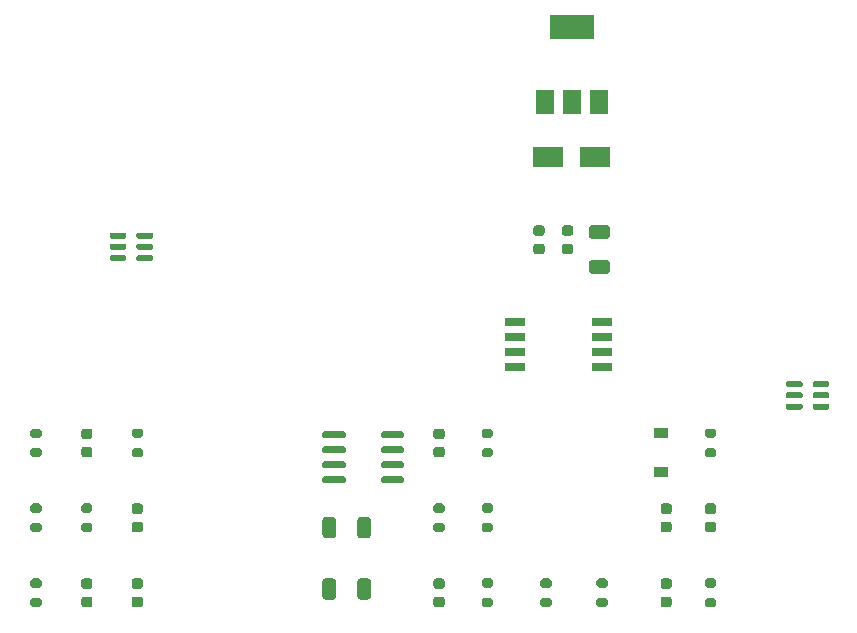
<source format=gbr>
%TF.GenerationSoftware,KiCad,Pcbnew,(5.1.9-0-10_14)*%
%TF.CreationDate,2021-06-12T10:18:14-06:00*%
%TF.ProjectId,template,74656d70-6c61-4746-952e-6b696361645f,rev?*%
%TF.SameCoordinates,Original*%
%TF.FileFunction,Paste,Top*%
%TF.FilePolarity,Positive*%
%FSLAX46Y46*%
G04 Gerber Fmt 4.6, Leading zero omitted, Abs format (unit mm)*
G04 Created by KiCad (PCBNEW (5.1.9-0-10_14)) date 2021-06-12 10:18:14*
%MOMM*%
%LPD*%
G01*
G04 APERTURE LIST*
%ADD10R,1.500000X2.000000*%
%ADD11R,3.800000X2.000000*%
%ADD12R,1.700000X0.650000*%
%ADD13R,1.200000X0.900000*%
%ADD14R,2.500000X1.800000*%
G04 APERTURE END LIST*
%TO.C,R4*%
G36*
G01*
X144250000Y-94527500D02*
X143700000Y-94527500D01*
G75*
G02*
X143500000Y-94327500I0J200000D01*
G01*
X143500000Y-93927500D01*
G75*
G02*
X143700000Y-93727500I200000J0D01*
G01*
X144250000Y-93727500D01*
G75*
G02*
X144450000Y-93927500I0J-200000D01*
G01*
X144450000Y-94327500D01*
G75*
G02*
X144250000Y-94527500I-200000J0D01*
G01*
G37*
G36*
G01*
X144250000Y-96177500D02*
X143700000Y-96177500D01*
G75*
G02*
X143500000Y-95977500I0J200000D01*
G01*
X143500000Y-95577500D01*
G75*
G02*
X143700000Y-95377500I200000J0D01*
G01*
X144250000Y-95377500D01*
G75*
G02*
X144450000Y-95577500I0J-200000D01*
G01*
X144450000Y-95977500D01*
G75*
G02*
X144250000Y-96177500I-200000J0D01*
G01*
G37*
%TD*%
%TO.C,C1*%
G36*
G01*
X148605000Y-71080000D02*
X148105000Y-71080000D01*
G75*
G02*
X147880000Y-70855000I0J225000D01*
G01*
X147880000Y-70405000D01*
G75*
G02*
X148105000Y-70180000I225000J0D01*
G01*
X148605000Y-70180000D01*
G75*
G02*
X148830000Y-70405000I0J-225000D01*
G01*
X148830000Y-70855000D01*
G75*
G02*
X148605000Y-71080000I-225000J0D01*
G01*
G37*
G36*
G01*
X148605000Y-72630000D02*
X148105000Y-72630000D01*
G75*
G02*
X147880000Y-72405000I0J225000D01*
G01*
X147880000Y-71955000D01*
G75*
G02*
X148105000Y-71730000I225000J0D01*
G01*
X148605000Y-71730000D01*
G75*
G02*
X148830000Y-71955000I0J-225000D01*
G01*
X148830000Y-72405000D01*
G75*
G02*
X148605000Y-72630000I-225000J0D01*
G01*
G37*
%TD*%
%TO.C,C2*%
G36*
G01*
X131175000Y-95124999D02*
X131175000Y-96425001D01*
G75*
G02*
X130925001Y-96675000I-249999J0D01*
G01*
X130274999Y-96675000D01*
G75*
G02*
X130025000Y-96425001I0J249999D01*
G01*
X130025000Y-95124999D01*
G75*
G02*
X130274999Y-94875000I249999J0D01*
G01*
X130925001Y-94875000D01*
G75*
G02*
X131175000Y-95124999I0J-249999D01*
G01*
G37*
G36*
G01*
X134125000Y-95124999D02*
X134125000Y-96425001D01*
G75*
G02*
X133875001Y-96675000I-249999J0D01*
G01*
X133224999Y-96675000D01*
G75*
G02*
X132975000Y-96425001I0J249999D01*
G01*
X132975000Y-95124999D01*
G75*
G02*
X133224999Y-94875000I249999J0D01*
G01*
X133875001Y-94875000D01*
G75*
G02*
X134125000Y-95124999I0J-249999D01*
G01*
G37*
%TD*%
%TO.C,C3*%
G36*
G01*
X151025000Y-71075000D02*
X150525000Y-71075000D01*
G75*
G02*
X150300000Y-70850000I0J225000D01*
G01*
X150300000Y-70400000D01*
G75*
G02*
X150525000Y-70175000I225000J0D01*
G01*
X151025000Y-70175000D01*
G75*
G02*
X151250000Y-70400000I0J-225000D01*
G01*
X151250000Y-70850000D01*
G75*
G02*
X151025000Y-71075000I-225000J0D01*
G01*
G37*
G36*
G01*
X151025000Y-72625000D02*
X150525000Y-72625000D01*
G75*
G02*
X150300000Y-72400000I0J225000D01*
G01*
X150300000Y-71950000D01*
G75*
G02*
X150525000Y-71725000I225000J0D01*
G01*
X151025000Y-71725000D01*
G75*
G02*
X151250000Y-71950000I0J-225000D01*
G01*
X151250000Y-72400000D01*
G75*
G02*
X151025000Y-72625000I-225000J0D01*
G01*
G37*
%TD*%
%TO.C,C4*%
G36*
G01*
X154125001Y-71325000D02*
X152824999Y-71325000D01*
G75*
G02*
X152575000Y-71075001I0J249999D01*
G01*
X152575000Y-70424999D01*
G75*
G02*
X152824999Y-70175000I249999J0D01*
G01*
X154125001Y-70175000D01*
G75*
G02*
X154375000Y-70424999I0J-249999D01*
G01*
X154375000Y-71075001D01*
G75*
G02*
X154125001Y-71325000I-249999J0D01*
G01*
G37*
G36*
G01*
X154125001Y-74275000D02*
X152824999Y-74275000D01*
G75*
G02*
X152575000Y-74025001I0J249999D01*
G01*
X152575000Y-73374999D01*
G75*
G02*
X152824999Y-73125000I249999J0D01*
G01*
X154125001Y-73125000D01*
G75*
G02*
X154375000Y-73374999I0J-249999D01*
G01*
X154375000Y-74025001D01*
G75*
G02*
X154125001Y-74275000I-249999J0D01*
G01*
G37*
%TD*%
D10*
%TO.C,U1*%
X148825000Y-59700000D03*
X153425000Y-59700000D03*
X151125000Y-59700000D03*
D11*
X151125000Y-53400000D03*
%TD*%
D12*
%TO.C,U2*%
X153650000Y-78360000D03*
X153650000Y-79630000D03*
X153650000Y-80900000D03*
X153650000Y-82170000D03*
X146350000Y-82170000D03*
X146350000Y-80900000D03*
X146350000Y-79630000D03*
X146350000Y-78360000D03*
%TD*%
%TO.C,R10*%
G36*
G01*
X106050000Y-88185000D02*
X105500000Y-88185000D01*
G75*
G02*
X105300000Y-87985000I0J200000D01*
G01*
X105300000Y-87585000D01*
G75*
G02*
X105500000Y-87385000I200000J0D01*
G01*
X106050000Y-87385000D01*
G75*
G02*
X106250000Y-87585000I0J-200000D01*
G01*
X106250000Y-87985000D01*
G75*
G02*
X106050000Y-88185000I-200000J0D01*
G01*
G37*
G36*
G01*
X106050000Y-89835000D02*
X105500000Y-89835000D01*
G75*
G02*
X105300000Y-89635000I0J200000D01*
G01*
X105300000Y-89235000D01*
G75*
G02*
X105500000Y-89035000I200000J0D01*
G01*
X106050000Y-89035000D01*
G75*
G02*
X106250000Y-89235000I0J-200000D01*
G01*
X106250000Y-89635000D01*
G75*
G02*
X106050000Y-89835000I-200000J0D01*
G01*
G37*
%TD*%
%TO.C,C7*%
G36*
G01*
X140150000Y-89835000D02*
X139650000Y-89835000D01*
G75*
G02*
X139425000Y-89610000I0J225000D01*
G01*
X139425000Y-89160000D01*
G75*
G02*
X139650000Y-88935000I225000J0D01*
G01*
X140150000Y-88935000D01*
G75*
G02*
X140375000Y-89160000I0J-225000D01*
G01*
X140375000Y-89610000D01*
G75*
G02*
X140150000Y-89835000I-225000J0D01*
G01*
G37*
G36*
G01*
X140150000Y-88285000D02*
X139650000Y-88285000D01*
G75*
G02*
X139425000Y-88060000I0J225000D01*
G01*
X139425000Y-87610000D01*
G75*
G02*
X139650000Y-87385000I225000J0D01*
G01*
X140150000Y-87385000D01*
G75*
G02*
X140375000Y-87610000I0J-225000D01*
G01*
X140375000Y-88060000D01*
G75*
G02*
X140150000Y-88285000I-225000J0D01*
G01*
G37*
%TD*%
%TO.C,C8*%
G36*
G01*
X139650000Y-101620000D02*
X140150000Y-101620000D01*
G75*
G02*
X140375000Y-101845000I0J-225000D01*
G01*
X140375000Y-102295000D01*
G75*
G02*
X140150000Y-102520000I-225000J0D01*
G01*
X139650000Y-102520000D01*
G75*
G02*
X139425000Y-102295000I0J225000D01*
G01*
X139425000Y-101845000D01*
G75*
G02*
X139650000Y-101620000I225000J0D01*
G01*
G37*
G36*
G01*
X139650000Y-100070000D02*
X140150000Y-100070000D01*
G75*
G02*
X140375000Y-100295000I0J-225000D01*
G01*
X140375000Y-100745000D01*
G75*
G02*
X140150000Y-100970000I-225000J0D01*
G01*
X139650000Y-100970000D01*
G75*
G02*
X139425000Y-100745000I0J225000D01*
G01*
X139425000Y-100295000D01*
G75*
G02*
X139650000Y-100070000I225000J0D01*
G01*
G37*
%TD*%
%TO.C,C9*%
G36*
G01*
X163125000Y-94627500D02*
X162625000Y-94627500D01*
G75*
G02*
X162400000Y-94402500I0J225000D01*
G01*
X162400000Y-93952500D01*
G75*
G02*
X162625000Y-93727500I225000J0D01*
G01*
X163125000Y-93727500D01*
G75*
G02*
X163350000Y-93952500I0J-225000D01*
G01*
X163350000Y-94402500D01*
G75*
G02*
X163125000Y-94627500I-225000J0D01*
G01*
G37*
G36*
G01*
X163125000Y-96177500D02*
X162625000Y-96177500D01*
G75*
G02*
X162400000Y-95952500I0J225000D01*
G01*
X162400000Y-95502500D01*
G75*
G02*
X162625000Y-95277500I225000J0D01*
G01*
X163125000Y-95277500D01*
G75*
G02*
X163350000Y-95502500I0J-225000D01*
G01*
X163350000Y-95952500D01*
G75*
G02*
X163125000Y-96177500I-225000J0D01*
G01*
G37*
%TD*%
%TO.C,C10*%
G36*
G01*
X109825000Y-88935000D02*
X110325000Y-88935000D01*
G75*
G02*
X110550000Y-89160000I0J-225000D01*
G01*
X110550000Y-89610000D01*
G75*
G02*
X110325000Y-89835000I-225000J0D01*
G01*
X109825000Y-89835000D01*
G75*
G02*
X109600000Y-89610000I0J225000D01*
G01*
X109600000Y-89160000D01*
G75*
G02*
X109825000Y-88935000I225000J0D01*
G01*
G37*
G36*
G01*
X109825000Y-87385000D02*
X110325000Y-87385000D01*
G75*
G02*
X110550000Y-87610000I0J-225000D01*
G01*
X110550000Y-88060000D01*
G75*
G02*
X110325000Y-88285000I-225000J0D01*
G01*
X109825000Y-88285000D01*
G75*
G02*
X109600000Y-88060000I0J225000D01*
G01*
X109600000Y-87610000D01*
G75*
G02*
X109825000Y-87385000I225000J0D01*
G01*
G37*
%TD*%
%TO.C,C11*%
G36*
G01*
X114100000Y-95277500D02*
X114600000Y-95277500D01*
G75*
G02*
X114825000Y-95502500I0J-225000D01*
G01*
X114825000Y-95952500D01*
G75*
G02*
X114600000Y-96177500I-225000J0D01*
G01*
X114100000Y-96177500D01*
G75*
G02*
X113875000Y-95952500I0J225000D01*
G01*
X113875000Y-95502500D01*
G75*
G02*
X114100000Y-95277500I225000J0D01*
G01*
G37*
G36*
G01*
X114100000Y-93727500D02*
X114600000Y-93727500D01*
G75*
G02*
X114825000Y-93952500I0J-225000D01*
G01*
X114825000Y-94402500D01*
G75*
G02*
X114600000Y-94627500I-225000J0D01*
G01*
X114100000Y-94627500D01*
G75*
G02*
X113875000Y-94402500I0J225000D01*
G01*
X113875000Y-93952500D01*
G75*
G02*
X114100000Y-93727500I225000J0D01*
G01*
G37*
%TD*%
%TO.C,C12*%
G36*
G01*
X110325000Y-100970000D02*
X109825000Y-100970000D01*
G75*
G02*
X109600000Y-100745000I0J225000D01*
G01*
X109600000Y-100295000D01*
G75*
G02*
X109825000Y-100070000I225000J0D01*
G01*
X110325000Y-100070000D01*
G75*
G02*
X110550000Y-100295000I0J-225000D01*
G01*
X110550000Y-100745000D01*
G75*
G02*
X110325000Y-100970000I-225000J0D01*
G01*
G37*
G36*
G01*
X110325000Y-102520000D02*
X109825000Y-102520000D01*
G75*
G02*
X109600000Y-102295000I0J225000D01*
G01*
X109600000Y-101845000D01*
G75*
G02*
X109825000Y-101620000I225000J0D01*
G01*
X110325000Y-101620000D01*
G75*
G02*
X110550000Y-101845000I0J-225000D01*
G01*
X110550000Y-102295000D01*
G75*
G02*
X110325000Y-102520000I-225000J0D01*
G01*
G37*
%TD*%
%TO.C,C13*%
G36*
G01*
X131175000Y-100324999D02*
X131175000Y-101625001D01*
G75*
G02*
X130925001Y-101875000I-249999J0D01*
G01*
X130274999Y-101875000D01*
G75*
G02*
X130025000Y-101625001I0J249999D01*
G01*
X130025000Y-100324999D01*
G75*
G02*
X130274999Y-100075000I249999J0D01*
G01*
X130925001Y-100075000D01*
G75*
G02*
X131175000Y-100324999I0J-249999D01*
G01*
G37*
G36*
G01*
X134125000Y-100324999D02*
X134125000Y-101625001D01*
G75*
G02*
X133875001Y-101875000I-249999J0D01*
G01*
X133224999Y-101875000D01*
G75*
G02*
X132975000Y-101625001I0J249999D01*
G01*
X132975000Y-100324999D01*
G75*
G02*
X133224999Y-100075000I249999J0D01*
G01*
X133875001Y-100075000D01*
G75*
G02*
X134125000Y-100324999I0J-249999D01*
G01*
G37*
%TD*%
%TO.C,C14*%
G36*
G01*
X114600000Y-100970000D02*
X114100000Y-100970000D01*
G75*
G02*
X113875000Y-100745000I0J225000D01*
G01*
X113875000Y-100295000D01*
G75*
G02*
X114100000Y-100070000I225000J0D01*
G01*
X114600000Y-100070000D01*
G75*
G02*
X114825000Y-100295000I0J-225000D01*
G01*
X114825000Y-100745000D01*
G75*
G02*
X114600000Y-100970000I-225000J0D01*
G01*
G37*
G36*
G01*
X114600000Y-102520000D02*
X114100000Y-102520000D01*
G75*
G02*
X113875000Y-102295000I0J225000D01*
G01*
X113875000Y-101845000D01*
G75*
G02*
X114100000Y-101620000I225000J0D01*
G01*
X114600000Y-101620000D01*
G75*
G02*
X114825000Y-101845000I0J-225000D01*
G01*
X114825000Y-102295000D01*
G75*
G02*
X114600000Y-102520000I-225000J0D01*
G01*
G37*
%TD*%
D13*
%TO.C,D4*%
X158705000Y-87800000D03*
X158705000Y-91100000D03*
%TD*%
%TO.C,R3*%
G36*
G01*
X143700000Y-87385000D02*
X144250000Y-87385000D01*
G75*
G02*
X144450000Y-87585000I0J-200000D01*
G01*
X144450000Y-87985000D01*
G75*
G02*
X144250000Y-88185000I-200000J0D01*
G01*
X143700000Y-88185000D01*
G75*
G02*
X143500000Y-87985000I0J200000D01*
G01*
X143500000Y-87585000D01*
G75*
G02*
X143700000Y-87385000I200000J0D01*
G01*
G37*
G36*
G01*
X143700000Y-89035000D02*
X144250000Y-89035000D01*
G75*
G02*
X144450000Y-89235000I0J-200000D01*
G01*
X144450000Y-89635000D01*
G75*
G02*
X144250000Y-89835000I-200000J0D01*
G01*
X143700000Y-89835000D01*
G75*
G02*
X143500000Y-89635000I0J200000D01*
G01*
X143500000Y-89235000D01*
G75*
G02*
X143700000Y-89035000I200000J0D01*
G01*
G37*
%TD*%
%TO.C,R5*%
G36*
G01*
X144250000Y-100870000D02*
X143700000Y-100870000D01*
G75*
G02*
X143500000Y-100670000I0J200000D01*
G01*
X143500000Y-100270000D01*
G75*
G02*
X143700000Y-100070000I200000J0D01*
G01*
X144250000Y-100070000D01*
G75*
G02*
X144450000Y-100270000I0J-200000D01*
G01*
X144450000Y-100670000D01*
G75*
G02*
X144250000Y-100870000I-200000J0D01*
G01*
G37*
G36*
G01*
X144250000Y-102520000D02*
X143700000Y-102520000D01*
G75*
G02*
X143500000Y-102320000I0J200000D01*
G01*
X143500000Y-101920000D01*
G75*
G02*
X143700000Y-101720000I200000J0D01*
G01*
X144250000Y-101720000D01*
G75*
G02*
X144450000Y-101920000I0J-200000D01*
G01*
X144450000Y-102320000D01*
G75*
G02*
X144250000Y-102520000I-200000J0D01*
G01*
G37*
%TD*%
%TO.C,R7*%
G36*
G01*
X162600000Y-89035000D02*
X163150000Y-89035000D01*
G75*
G02*
X163350000Y-89235000I0J-200000D01*
G01*
X163350000Y-89635000D01*
G75*
G02*
X163150000Y-89835000I-200000J0D01*
G01*
X162600000Y-89835000D01*
G75*
G02*
X162400000Y-89635000I0J200000D01*
G01*
X162400000Y-89235000D01*
G75*
G02*
X162600000Y-89035000I200000J0D01*
G01*
G37*
G36*
G01*
X162600000Y-87385000D02*
X163150000Y-87385000D01*
G75*
G02*
X163350000Y-87585000I0J-200000D01*
G01*
X163350000Y-87985000D01*
G75*
G02*
X163150000Y-88185000I-200000J0D01*
G01*
X162600000Y-88185000D01*
G75*
G02*
X162400000Y-87985000I0J200000D01*
G01*
X162400000Y-87585000D01*
G75*
G02*
X162600000Y-87385000I200000J0D01*
G01*
G37*
%TD*%
%TO.C,R8*%
G36*
G01*
X114625000Y-88185000D02*
X114075000Y-88185000D01*
G75*
G02*
X113875000Y-87985000I0J200000D01*
G01*
X113875000Y-87585000D01*
G75*
G02*
X114075000Y-87385000I200000J0D01*
G01*
X114625000Y-87385000D01*
G75*
G02*
X114825000Y-87585000I0J-200000D01*
G01*
X114825000Y-87985000D01*
G75*
G02*
X114625000Y-88185000I-200000J0D01*
G01*
G37*
G36*
G01*
X114625000Y-89835000D02*
X114075000Y-89835000D01*
G75*
G02*
X113875000Y-89635000I0J200000D01*
G01*
X113875000Y-89235000D01*
G75*
G02*
X114075000Y-89035000I200000J0D01*
G01*
X114625000Y-89035000D01*
G75*
G02*
X114825000Y-89235000I0J-200000D01*
G01*
X114825000Y-89635000D01*
G75*
G02*
X114625000Y-89835000I-200000J0D01*
G01*
G37*
%TD*%
%TO.C,R9*%
G36*
G01*
X110350000Y-94527500D02*
X109800000Y-94527500D01*
G75*
G02*
X109600000Y-94327500I0J200000D01*
G01*
X109600000Y-93927500D01*
G75*
G02*
X109800000Y-93727500I200000J0D01*
G01*
X110350000Y-93727500D01*
G75*
G02*
X110550000Y-93927500I0J-200000D01*
G01*
X110550000Y-94327500D01*
G75*
G02*
X110350000Y-94527500I-200000J0D01*
G01*
G37*
G36*
G01*
X110350000Y-96177500D02*
X109800000Y-96177500D01*
G75*
G02*
X109600000Y-95977500I0J200000D01*
G01*
X109600000Y-95577500D01*
G75*
G02*
X109800000Y-95377500I200000J0D01*
G01*
X110350000Y-95377500D01*
G75*
G02*
X110550000Y-95577500I0J-200000D01*
G01*
X110550000Y-95977500D01*
G75*
G02*
X110350000Y-96177500I-200000J0D01*
G01*
G37*
%TD*%
%TO.C,R11*%
G36*
G01*
X106050000Y-94527500D02*
X105500000Y-94527500D01*
G75*
G02*
X105300000Y-94327500I0J200000D01*
G01*
X105300000Y-93927500D01*
G75*
G02*
X105500000Y-93727500I200000J0D01*
G01*
X106050000Y-93727500D01*
G75*
G02*
X106250000Y-93927500I0J-200000D01*
G01*
X106250000Y-94327500D01*
G75*
G02*
X106050000Y-94527500I-200000J0D01*
G01*
G37*
G36*
G01*
X106050000Y-96177500D02*
X105500000Y-96177500D01*
G75*
G02*
X105300000Y-95977500I0J200000D01*
G01*
X105300000Y-95577500D01*
G75*
G02*
X105500000Y-95377500I200000J0D01*
G01*
X106050000Y-95377500D01*
G75*
G02*
X106250000Y-95577500I0J-200000D01*
G01*
X106250000Y-95977500D01*
G75*
G02*
X106050000Y-96177500I-200000J0D01*
G01*
G37*
%TD*%
%TO.C,R12*%
G36*
G01*
X106050000Y-100870000D02*
X105500000Y-100870000D01*
G75*
G02*
X105300000Y-100670000I0J200000D01*
G01*
X105300000Y-100270000D01*
G75*
G02*
X105500000Y-100070000I200000J0D01*
G01*
X106050000Y-100070000D01*
G75*
G02*
X106250000Y-100270000I0J-200000D01*
G01*
X106250000Y-100670000D01*
G75*
G02*
X106050000Y-100870000I-200000J0D01*
G01*
G37*
G36*
G01*
X106050000Y-102520000D02*
X105500000Y-102520000D01*
G75*
G02*
X105300000Y-102320000I0J200000D01*
G01*
X105300000Y-101920000D01*
G75*
G02*
X105500000Y-101720000I200000J0D01*
G01*
X106050000Y-101720000D01*
G75*
G02*
X106250000Y-101920000I0J-200000D01*
G01*
X106250000Y-102320000D01*
G75*
G02*
X106050000Y-102520000I-200000J0D01*
G01*
G37*
%TD*%
%TO.C,R13*%
G36*
G01*
X139625000Y-95377500D02*
X140175000Y-95377500D01*
G75*
G02*
X140375000Y-95577500I0J-200000D01*
G01*
X140375000Y-95977500D01*
G75*
G02*
X140175000Y-96177500I-200000J0D01*
G01*
X139625000Y-96177500D01*
G75*
G02*
X139425000Y-95977500I0J200000D01*
G01*
X139425000Y-95577500D01*
G75*
G02*
X139625000Y-95377500I200000J0D01*
G01*
G37*
G36*
G01*
X139625000Y-93727500D02*
X140175000Y-93727500D01*
G75*
G02*
X140375000Y-93927500I0J-200000D01*
G01*
X140375000Y-94327500D01*
G75*
G02*
X140175000Y-94527500I-200000J0D01*
G01*
X139625000Y-94527500D01*
G75*
G02*
X139425000Y-94327500I0J200000D01*
G01*
X139425000Y-93927500D01*
G75*
G02*
X139625000Y-93727500I200000J0D01*
G01*
G37*
%TD*%
%TO.C,R14*%
G36*
G01*
X148675000Y-101720000D02*
X149225000Y-101720000D01*
G75*
G02*
X149425000Y-101920000I0J-200000D01*
G01*
X149425000Y-102320000D01*
G75*
G02*
X149225000Y-102520000I-200000J0D01*
G01*
X148675000Y-102520000D01*
G75*
G02*
X148475000Y-102320000I0J200000D01*
G01*
X148475000Y-101920000D01*
G75*
G02*
X148675000Y-101720000I200000J0D01*
G01*
G37*
G36*
G01*
X148675000Y-100070000D02*
X149225000Y-100070000D01*
G75*
G02*
X149425000Y-100270000I0J-200000D01*
G01*
X149425000Y-100670000D01*
G75*
G02*
X149225000Y-100870000I-200000J0D01*
G01*
X148675000Y-100870000D01*
G75*
G02*
X148475000Y-100670000I0J200000D01*
G01*
X148475000Y-100270000D01*
G75*
G02*
X148675000Y-100070000I200000J0D01*
G01*
G37*
%TD*%
%TO.C,U5*%
G36*
G01*
X134975000Y-88075000D02*
X134975000Y-87775000D01*
G75*
G02*
X135125000Y-87625000I150000J0D01*
G01*
X136775000Y-87625000D01*
G75*
G02*
X136925000Y-87775000I0J-150000D01*
G01*
X136925000Y-88075000D01*
G75*
G02*
X136775000Y-88225000I-150000J0D01*
G01*
X135125000Y-88225000D01*
G75*
G02*
X134975000Y-88075000I0J150000D01*
G01*
G37*
G36*
G01*
X134975000Y-89345000D02*
X134975000Y-89045000D01*
G75*
G02*
X135125000Y-88895000I150000J0D01*
G01*
X136775000Y-88895000D01*
G75*
G02*
X136925000Y-89045000I0J-150000D01*
G01*
X136925000Y-89345000D01*
G75*
G02*
X136775000Y-89495000I-150000J0D01*
G01*
X135125000Y-89495000D01*
G75*
G02*
X134975000Y-89345000I0J150000D01*
G01*
G37*
G36*
G01*
X134975000Y-90615000D02*
X134975000Y-90315000D01*
G75*
G02*
X135125000Y-90165000I150000J0D01*
G01*
X136775000Y-90165000D01*
G75*
G02*
X136925000Y-90315000I0J-150000D01*
G01*
X136925000Y-90615000D01*
G75*
G02*
X136775000Y-90765000I-150000J0D01*
G01*
X135125000Y-90765000D01*
G75*
G02*
X134975000Y-90615000I0J150000D01*
G01*
G37*
G36*
G01*
X134975000Y-91885000D02*
X134975000Y-91585000D01*
G75*
G02*
X135125000Y-91435000I150000J0D01*
G01*
X136775000Y-91435000D01*
G75*
G02*
X136925000Y-91585000I0J-150000D01*
G01*
X136925000Y-91885000D01*
G75*
G02*
X136775000Y-92035000I-150000J0D01*
G01*
X135125000Y-92035000D01*
G75*
G02*
X134975000Y-91885000I0J150000D01*
G01*
G37*
G36*
G01*
X130025000Y-91885000D02*
X130025000Y-91585000D01*
G75*
G02*
X130175000Y-91435000I150000J0D01*
G01*
X131825000Y-91435000D01*
G75*
G02*
X131975000Y-91585000I0J-150000D01*
G01*
X131975000Y-91885000D01*
G75*
G02*
X131825000Y-92035000I-150000J0D01*
G01*
X130175000Y-92035000D01*
G75*
G02*
X130025000Y-91885000I0J150000D01*
G01*
G37*
G36*
G01*
X130025000Y-90615000D02*
X130025000Y-90315000D01*
G75*
G02*
X130175000Y-90165000I150000J0D01*
G01*
X131825000Y-90165000D01*
G75*
G02*
X131975000Y-90315000I0J-150000D01*
G01*
X131975000Y-90615000D01*
G75*
G02*
X131825000Y-90765000I-150000J0D01*
G01*
X130175000Y-90765000D01*
G75*
G02*
X130025000Y-90615000I0J150000D01*
G01*
G37*
G36*
G01*
X130025000Y-89345000D02*
X130025000Y-89045000D01*
G75*
G02*
X130175000Y-88895000I150000J0D01*
G01*
X131825000Y-88895000D01*
G75*
G02*
X131975000Y-89045000I0J-150000D01*
G01*
X131975000Y-89345000D01*
G75*
G02*
X131825000Y-89495000I-150000J0D01*
G01*
X130175000Y-89495000D01*
G75*
G02*
X130025000Y-89345000I0J150000D01*
G01*
G37*
G36*
G01*
X130025000Y-88075000D02*
X130025000Y-87775000D01*
G75*
G02*
X130175000Y-87625000I150000J0D01*
G01*
X131825000Y-87625000D01*
G75*
G02*
X131975000Y-87775000I0J-150000D01*
G01*
X131975000Y-88075000D01*
G75*
G02*
X131825000Y-88225000I-150000J0D01*
G01*
X130175000Y-88225000D01*
G75*
G02*
X130025000Y-88075000I0J150000D01*
G01*
G37*
%TD*%
%TO.C,U4*%
G36*
G01*
X171517500Y-83750000D02*
X171517500Y-83500000D01*
G75*
G02*
X171642500Y-83375000I125000J0D01*
G01*
X172817500Y-83375000D01*
G75*
G02*
X172942500Y-83500000I0J-125000D01*
G01*
X172942500Y-83750000D01*
G75*
G02*
X172817500Y-83875000I-125000J0D01*
G01*
X171642500Y-83875000D01*
G75*
G02*
X171517500Y-83750000I0J125000D01*
G01*
G37*
G36*
G01*
X171517500Y-84700000D02*
X171517500Y-84450000D01*
G75*
G02*
X171642500Y-84325000I125000J0D01*
G01*
X172817500Y-84325000D01*
G75*
G02*
X172942500Y-84450000I0J-125000D01*
G01*
X172942500Y-84700000D01*
G75*
G02*
X172817500Y-84825000I-125000J0D01*
G01*
X171642500Y-84825000D01*
G75*
G02*
X171517500Y-84700000I0J125000D01*
G01*
G37*
G36*
G01*
X171517500Y-85650000D02*
X171517500Y-85400000D01*
G75*
G02*
X171642500Y-85275000I125000J0D01*
G01*
X172817500Y-85275000D01*
G75*
G02*
X172942500Y-85400000I0J-125000D01*
G01*
X172942500Y-85650000D01*
G75*
G02*
X172817500Y-85775000I-125000J0D01*
G01*
X171642500Y-85775000D01*
G75*
G02*
X171517500Y-85650000I0J125000D01*
G01*
G37*
G36*
G01*
X169242500Y-85650000D02*
X169242500Y-85400000D01*
G75*
G02*
X169367500Y-85275000I125000J0D01*
G01*
X170542500Y-85275000D01*
G75*
G02*
X170667500Y-85400000I0J-125000D01*
G01*
X170667500Y-85650000D01*
G75*
G02*
X170542500Y-85775000I-125000J0D01*
G01*
X169367500Y-85775000D01*
G75*
G02*
X169242500Y-85650000I0J125000D01*
G01*
G37*
G36*
G01*
X169242500Y-84700000D02*
X169242500Y-84450000D01*
G75*
G02*
X169367500Y-84325000I125000J0D01*
G01*
X170542500Y-84325000D01*
G75*
G02*
X170667500Y-84450000I0J-125000D01*
G01*
X170667500Y-84700000D01*
G75*
G02*
X170542500Y-84825000I-125000J0D01*
G01*
X169367500Y-84825000D01*
G75*
G02*
X169242500Y-84700000I0J125000D01*
G01*
G37*
G36*
G01*
X169242500Y-83750000D02*
X169242500Y-83500000D01*
G75*
G02*
X169367500Y-83375000I125000J0D01*
G01*
X170542500Y-83375000D01*
G75*
G02*
X170667500Y-83500000I0J-125000D01*
G01*
X170667500Y-83750000D01*
G75*
G02*
X170542500Y-83875000I-125000J0D01*
G01*
X169367500Y-83875000D01*
G75*
G02*
X169242500Y-83750000I0J125000D01*
G01*
G37*
%TD*%
%TO.C,U3*%
G36*
G01*
X114275000Y-71175000D02*
X114275000Y-70925000D01*
G75*
G02*
X114400000Y-70800000I125000J0D01*
G01*
X115575000Y-70800000D01*
G75*
G02*
X115700000Y-70925000I0J-125000D01*
G01*
X115700000Y-71175000D01*
G75*
G02*
X115575000Y-71300000I-125000J0D01*
G01*
X114400000Y-71300000D01*
G75*
G02*
X114275000Y-71175000I0J125000D01*
G01*
G37*
G36*
G01*
X114275000Y-72125000D02*
X114275000Y-71875000D01*
G75*
G02*
X114400000Y-71750000I125000J0D01*
G01*
X115575000Y-71750000D01*
G75*
G02*
X115700000Y-71875000I0J-125000D01*
G01*
X115700000Y-72125000D01*
G75*
G02*
X115575000Y-72250000I-125000J0D01*
G01*
X114400000Y-72250000D01*
G75*
G02*
X114275000Y-72125000I0J125000D01*
G01*
G37*
G36*
G01*
X114275000Y-73075000D02*
X114275000Y-72825000D01*
G75*
G02*
X114400000Y-72700000I125000J0D01*
G01*
X115575000Y-72700000D01*
G75*
G02*
X115700000Y-72825000I0J-125000D01*
G01*
X115700000Y-73075000D01*
G75*
G02*
X115575000Y-73200000I-125000J0D01*
G01*
X114400000Y-73200000D01*
G75*
G02*
X114275000Y-73075000I0J125000D01*
G01*
G37*
G36*
G01*
X112000000Y-73075000D02*
X112000000Y-72825000D01*
G75*
G02*
X112125000Y-72700000I125000J0D01*
G01*
X113300000Y-72700000D01*
G75*
G02*
X113425000Y-72825000I0J-125000D01*
G01*
X113425000Y-73075000D01*
G75*
G02*
X113300000Y-73200000I-125000J0D01*
G01*
X112125000Y-73200000D01*
G75*
G02*
X112000000Y-73075000I0J125000D01*
G01*
G37*
G36*
G01*
X112000000Y-72125000D02*
X112000000Y-71875000D01*
G75*
G02*
X112125000Y-71750000I125000J0D01*
G01*
X113300000Y-71750000D01*
G75*
G02*
X113425000Y-71875000I0J-125000D01*
G01*
X113425000Y-72125000D01*
G75*
G02*
X113300000Y-72250000I-125000J0D01*
G01*
X112125000Y-72250000D01*
G75*
G02*
X112000000Y-72125000I0J125000D01*
G01*
G37*
G36*
G01*
X112000000Y-71175000D02*
X112000000Y-70925000D01*
G75*
G02*
X112125000Y-70800000I125000J0D01*
G01*
X113300000Y-70800000D01*
G75*
G02*
X113425000Y-70925000I0J-125000D01*
G01*
X113425000Y-71175000D01*
G75*
G02*
X113300000Y-71300000I-125000J0D01*
G01*
X112125000Y-71300000D01*
G75*
G02*
X112000000Y-71175000I0J125000D01*
G01*
G37*
%TD*%
%TO.C,R2*%
G36*
G01*
X163150000Y-100870000D02*
X162600000Y-100870000D01*
G75*
G02*
X162400000Y-100670000I0J200000D01*
G01*
X162400000Y-100270000D01*
G75*
G02*
X162600000Y-100070000I200000J0D01*
G01*
X163150000Y-100070000D01*
G75*
G02*
X163350000Y-100270000I0J-200000D01*
G01*
X163350000Y-100670000D01*
G75*
G02*
X163150000Y-100870000I-200000J0D01*
G01*
G37*
G36*
G01*
X163150000Y-102520000D02*
X162600000Y-102520000D01*
G75*
G02*
X162400000Y-102320000I0J200000D01*
G01*
X162400000Y-101920000D01*
G75*
G02*
X162600000Y-101720000I200000J0D01*
G01*
X163150000Y-101720000D01*
G75*
G02*
X163350000Y-101920000I0J-200000D01*
G01*
X163350000Y-102320000D01*
G75*
G02*
X163150000Y-102520000I-200000J0D01*
G01*
G37*
%TD*%
%TO.C,R1*%
G36*
G01*
X153975000Y-100870000D02*
X153425000Y-100870000D01*
G75*
G02*
X153225000Y-100670000I0J200000D01*
G01*
X153225000Y-100270000D01*
G75*
G02*
X153425000Y-100070000I200000J0D01*
G01*
X153975000Y-100070000D01*
G75*
G02*
X154175000Y-100270000I0J-200000D01*
G01*
X154175000Y-100670000D01*
G75*
G02*
X153975000Y-100870000I-200000J0D01*
G01*
G37*
G36*
G01*
X153975000Y-102520000D02*
X153425000Y-102520000D01*
G75*
G02*
X153225000Y-102320000I0J200000D01*
G01*
X153225000Y-101920000D01*
G75*
G02*
X153425000Y-101720000I200000J0D01*
G01*
X153975000Y-101720000D01*
G75*
G02*
X154175000Y-101920000I0J-200000D01*
G01*
X154175000Y-102320000D01*
G75*
G02*
X153975000Y-102520000I-200000J0D01*
G01*
G37*
%TD*%
D14*
%TO.C,D1*%
X149125000Y-64400000D03*
X153125000Y-64400000D03*
%TD*%
%TO.C,C6*%
G36*
G01*
X158875000Y-101620000D02*
X159375000Y-101620000D01*
G75*
G02*
X159600000Y-101845000I0J-225000D01*
G01*
X159600000Y-102295000D01*
G75*
G02*
X159375000Y-102520000I-225000J0D01*
G01*
X158875000Y-102520000D01*
G75*
G02*
X158650000Y-102295000I0J225000D01*
G01*
X158650000Y-101845000D01*
G75*
G02*
X158875000Y-101620000I225000J0D01*
G01*
G37*
G36*
G01*
X158875000Y-100070000D02*
X159375000Y-100070000D01*
G75*
G02*
X159600000Y-100295000I0J-225000D01*
G01*
X159600000Y-100745000D01*
G75*
G02*
X159375000Y-100970000I-225000J0D01*
G01*
X158875000Y-100970000D01*
G75*
G02*
X158650000Y-100745000I0J225000D01*
G01*
X158650000Y-100295000D01*
G75*
G02*
X158875000Y-100070000I225000J0D01*
G01*
G37*
%TD*%
%TO.C,C5*%
G36*
G01*
X158875000Y-95277500D02*
X159375000Y-95277500D01*
G75*
G02*
X159600000Y-95502500I0J-225000D01*
G01*
X159600000Y-95952500D01*
G75*
G02*
X159375000Y-96177500I-225000J0D01*
G01*
X158875000Y-96177500D01*
G75*
G02*
X158650000Y-95952500I0J225000D01*
G01*
X158650000Y-95502500D01*
G75*
G02*
X158875000Y-95277500I225000J0D01*
G01*
G37*
G36*
G01*
X158875000Y-93727500D02*
X159375000Y-93727500D01*
G75*
G02*
X159600000Y-93952500I0J-225000D01*
G01*
X159600000Y-94402500D01*
G75*
G02*
X159375000Y-94627500I-225000J0D01*
G01*
X158875000Y-94627500D01*
G75*
G02*
X158650000Y-94402500I0J225000D01*
G01*
X158650000Y-93952500D01*
G75*
G02*
X158875000Y-93727500I225000J0D01*
G01*
G37*
%TD*%
M02*

</source>
